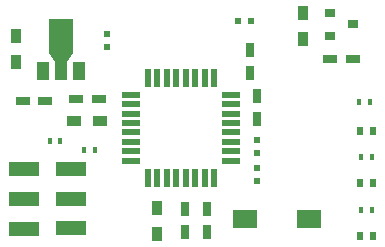
<source format=gtp>
G04 #@! TF.GenerationSoftware,KiCad,Pcbnew,no-vcs-found-ea855c1~58~ubuntu16.04.1*
G04 #@! TF.CreationDate,2017-05-24T11:46:06+03:00*
G04 #@! TF.ProjectId,serial_gw_ATSAMD21E,73657269616C5F67775F415453414D44,rev?*
G04 #@! TF.FileFunction,Paste,Top*
G04 #@! TF.FilePolarity,Positive*
%FSLAX46Y46*%
G04 Gerber Fmt 4.6, Leading zero omitted, Abs format (unit mm)*
G04 Created by KiCad (PCBNEW no-vcs-found-ea855c1~58~ubuntu16.04.1) date Wed May 24 11:46:06 2017*
%MOMM*%
%LPD*%
G01*
G04 APERTURE LIST*
%ADD10C,0.100000*%
%ADD11R,0.400000X0.600000*%
%ADD12R,0.600000X0.700000*%
%ADD13R,0.750000X1.200000*%
%ADD14R,0.500000X0.600000*%
%ADD15R,1.200000X0.750000*%
%ADD16R,0.600000X0.500000*%
%ADD17R,2.500000X1.270000*%
%ADD18R,0.900000X1.200000*%
%ADD19R,1.200000X0.900000*%
%ADD20R,2.000000X1.600000*%
%ADD21R,0.550000X1.600000*%
%ADD22R,1.600000X0.550000*%
%ADD23R,0.900000X0.800000*%
%ADD24C,0.750000*%
%ADD25R,2.000000X3.000000*%
%ADD26R,1.000000X1.500000*%
G04 APERTURE END LIST*
D10*
D11*
X118850000Y-90200000D03*
X117950000Y-90200000D03*
X115050000Y-89400000D03*
X115950000Y-89400000D03*
X142150000Y-86100000D03*
X141250000Y-86100000D03*
X142300000Y-95300000D03*
X141400000Y-95300000D03*
X142300000Y-90800000D03*
X141400000Y-90800000D03*
D12*
X142400000Y-88600000D03*
X141300000Y-88600000D03*
X142400000Y-93000000D03*
X141300000Y-93000000D03*
X142400000Y-97500000D03*
X141300000Y-97500000D03*
D13*
X132600000Y-87550000D03*
X132600000Y-85650000D03*
D14*
X132600000Y-90400000D03*
X132600000Y-89300000D03*
X119900000Y-80400000D03*
X119900000Y-81500000D03*
D15*
X138800000Y-82500000D03*
X140700000Y-82500000D03*
D13*
X132000000Y-81750000D03*
X132000000Y-83650000D03*
X126500000Y-95200000D03*
X126500000Y-97100000D03*
X128400000Y-95200000D03*
X128400000Y-97100000D03*
D16*
X131000000Y-79300000D03*
X132100000Y-79300000D03*
D14*
X132600000Y-91700000D03*
X132600000Y-92800000D03*
D15*
X114650000Y-86000000D03*
X112750000Y-86000000D03*
X119200000Y-85900000D03*
X117300000Y-85900000D03*
D17*
X116860000Y-96800000D03*
X116860000Y-94300000D03*
X116860000Y-91760000D03*
X112860000Y-91760000D03*
X112860000Y-94300000D03*
X112860000Y-96840000D03*
D18*
X112200000Y-80500000D03*
X112200000Y-82700000D03*
X124100000Y-97300000D03*
X124100000Y-95100000D03*
X136500000Y-78600000D03*
X136500000Y-80800000D03*
D19*
X119300000Y-87700000D03*
X117100000Y-87700000D03*
D20*
X131600000Y-96000000D03*
X137000000Y-96000000D03*
D21*
X128950000Y-92550000D03*
X128150000Y-92550000D03*
X127350000Y-92550000D03*
X126550000Y-92550000D03*
X125750000Y-92550000D03*
X124950000Y-92550000D03*
X124150000Y-92550000D03*
X123350000Y-92550000D03*
D22*
X121900000Y-91100000D03*
X121900000Y-90300000D03*
X121900000Y-89500000D03*
X121900000Y-88700000D03*
X121900000Y-87900000D03*
X121900000Y-87100000D03*
X121900000Y-86300000D03*
X121900000Y-85500000D03*
D21*
X123350000Y-84050000D03*
X124150000Y-84050000D03*
X124950000Y-84050000D03*
X125750000Y-84050000D03*
X126550000Y-84050000D03*
X127350000Y-84050000D03*
X128150000Y-84050000D03*
X128950000Y-84050000D03*
D22*
X130400000Y-85500000D03*
X130400000Y-86300000D03*
X130400000Y-87100000D03*
X130400000Y-87900000D03*
X130400000Y-88700000D03*
X130400000Y-89500000D03*
X130400000Y-90300000D03*
X130400000Y-91100000D03*
D23*
X140750000Y-79550000D03*
X138750000Y-80500000D03*
X138750000Y-78600000D03*
D24*
X116000000Y-82350000D03*
D10*
G36*
X117000000Y-81975000D02*
X116500000Y-82725000D01*
X115500000Y-82725000D01*
X115000000Y-81975000D01*
X117000000Y-81975000D01*
X117000000Y-81975000D01*
G37*
D25*
X116000000Y-80500000D03*
D26*
X117500000Y-83460000D03*
X116000000Y-83460000D03*
X114500000Y-83460000D03*
M02*

</source>
